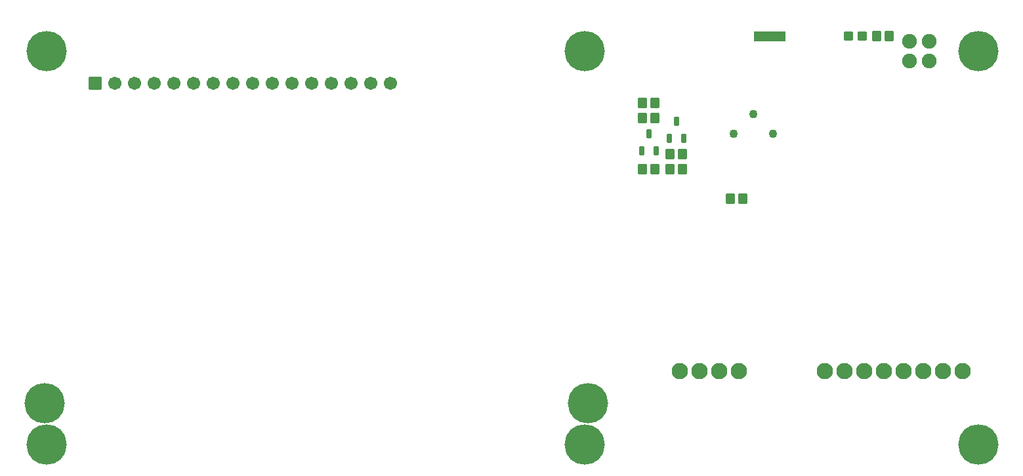
<source format=gts>
G04 Layer: TopSolderMaskLayer*
G04 Panelize: , Column: 2, Row: 2, Board Size: 127.89mm x 58.42mm, Panelized Board Size: 257.78mm x 118.84mm*
G04 EasyEDA v6.5.34, 2023-09-07 21:57:30*
G04 74dac189c7254be0b42c3ceae140a3ac,5a6b42c53f6a479593ecc07194224c93,10*
G04 Gerber Generator version 0.2*
G04 Scale: 100 percent, Rotated: No, Reflected: No *
G04 Dimensions in millimeters *
G04 leading zeros omitted , absolute positions ,4 integer and 5 decimal *
%FSLAX45Y45*%
%MOMM*%

%AMMACRO1*1,1,$1,$2,$3*1,1,$1,$4,$5*1,1,$1,0-$2,0-$3*1,1,$1,0-$4,0-$5*20,1,$1,$2,$3,$4,$5,0*20,1,$1,$4,$5,0-$2,0-$3,0*20,1,$1,0-$2,0-$3,0-$4,0-$5,0*20,1,$1,0-$4,0-$5,$2,$3,0*4,1,4,$2,$3,$4,$5,0-$2,0-$3,0-$4,0-$5,$2,$3,0*%
%ADD10MACRO1,0.2032X0.5X-0.55X-0.5X-0.55*%
%ADD11MACRO1,0.2032X-0.45X-0.5X-0.45X0.5*%
%ADD12MACRO1,0.1016X-0.266X-0.5188X0.266X-0.5188*%
%ADD13C,1.1016*%
%ADD14C,1.7016*%
%ADD15MACRO1,0.1016X-0.8X-0.8X-0.8X0.8*%
%ADD16C,5.2032*%
%ADD17C,2.1016*%
%ADD18C,1.9016*%

%LPD*%
D10*
G01*
X8073377Y4787889D03*
G01*
X8233376Y4787889D03*
D11*
G01*
X10732592Y5651492D03*
G01*
X10902591Y5651492D03*
D10*
G01*
X11093193Y5651500D03*
G01*
X11253198Y5651500D03*
G01*
X8073377Y4597389D03*
G01*
X8233376Y4597389D03*
G01*
X9203674Y3555992D03*
G01*
X9363674Y3555992D03*
D12*
G01*
X8153384Y4390017D03*
G01*
X8058384Y4169766D03*
G01*
X8248384Y4169766D03*
D10*
G01*
X8073377Y3936992D03*
G01*
X8233376Y3936992D03*
D13*
G01*
X9753574Y4394200D03*
G01*
X9499574Y4648200D03*
G01*
X9245574Y4394200D03*
D10*
G01*
X8428974Y3936992D03*
G01*
X8588974Y3936992D03*
G01*
X8428974Y4127492D03*
G01*
X8588974Y4127492D03*
D12*
G01*
X8508982Y4555115D03*
G01*
X8413982Y4334864D03*
G01*
X8603982Y4334864D03*
D14*
G01*
X4819497Y5048199D03*
G01*
X4565497Y5048199D03*
G01*
X4311497Y5048199D03*
G01*
X4057497Y5048199D03*
G01*
X3803497Y5048199D03*
G01*
X3549497Y5048199D03*
G01*
X3295497Y5048199D03*
G01*
X3041497Y5048199D03*
G01*
X2787497Y5048199D03*
G01*
X2533497Y5048199D03*
G01*
X2279497Y5048199D03*
G01*
X2025497Y5048199D03*
G01*
X1771497Y5048199D03*
G01*
X1517497Y5048199D03*
G01*
X1263497Y5048199D03*
D15*
G01*
X1009497Y5048199D03*
D16*
G01*
X381000Y5461000D03*
G01*
X381000Y381000D03*
G01*
X12405106Y5461000D03*
G01*
X12405106Y381000D03*
G01*
X7365974Y914400D03*
D17*
G01*
X10421111Y1329893D03*
G01*
X10675111Y1329893D03*
G01*
X10929111Y1329893D03*
G01*
X11183111Y1329893D03*
G01*
X11437111Y1329893D03*
G01*
X11691111Y1329893D03*
G01*
X11945111Y1329893D03*
G01*
X12199111Y1329893D03*
G01*
X8550529Y1329918D03*
G01*
X8804529Y1329918D03*
G01*
X9058529Y1329918D03*
G01*
X9312529Y1329918D03*
D16*
G01*
X355600Y914400D03*
D18*
G01*
X11516106Y5588000D03*
G01*
X11516106Y5334000D03*
G01*
X11770106Y5334000D03*
G01*
X11770106Y5588000D03*
D16*
G01*
X7325106Y5461000D03*
G01*
X7325106Y381000D03*
G36*
X9512274Y5714974D02*
G01*
X9918674Y5714974D01*
X9918674Y5587974D01*
X9512274Y5587974D01*
G37*
M02*

</source>
